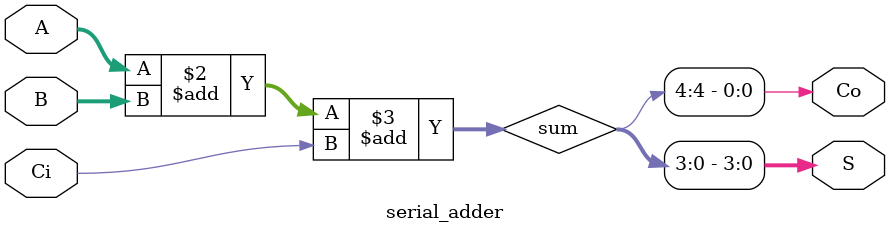
<source format=v>
module serial_adder(
    input wire [3:0] A,      // 第一个 4 位加数
    input wire [3:0] B,      // 第二个 4 位加数
    input wire Ci,           // 输入进位
    output reg [3:0] S,      // 输出和
    output reg Co            // 输出进位
);
    reg [4:0] sum;

    always @(*) begin
        sum = A + B + Ci;
        S = sum[3:0];
        Co = sum[4];
    end
endmodule

</source>
